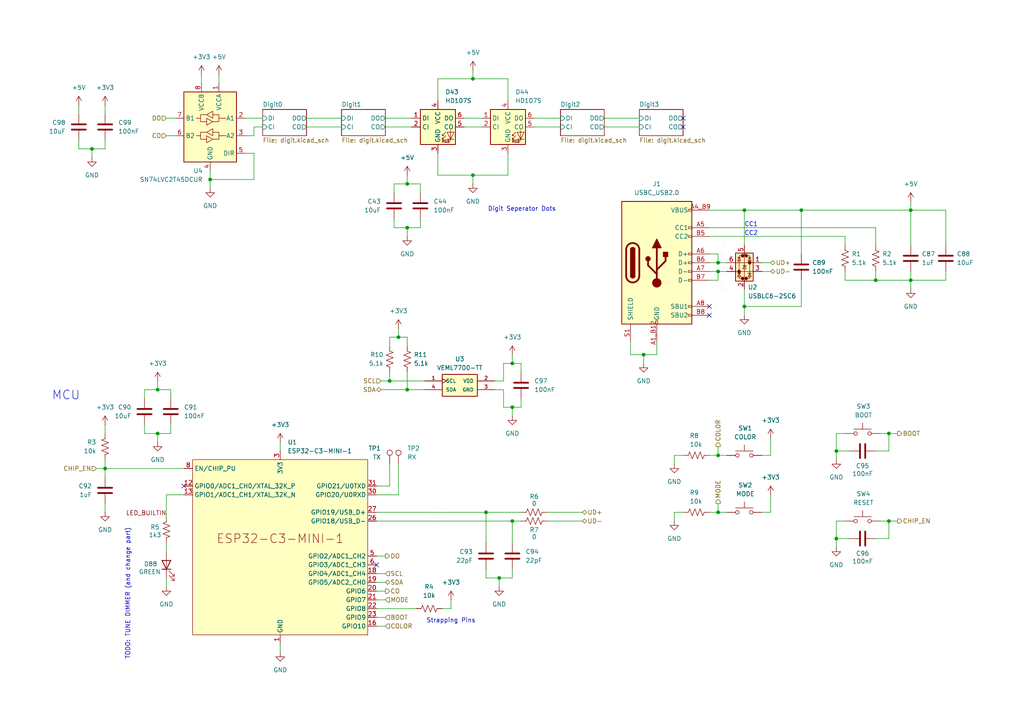
<source format=kicad_sch>
(kicad_sch (version 20250114) (generator "eeschema") (generator_version "9.0")
  (paper "A4")
  (title_block (title "Bedside Clock") (rev "1") (company "Matthew Haahr"))
  (lib_symbols
    (symbol "Connector:TestPoint" (pin_numbers (hide yes)) (pin_names (offset 0.762) (hide yes))
      (property "Reference" "TP" (at 0 6.858 0))
      (property "Value" "TestPoint" (at 0 5.08 0))
      (symbol "TestPoint_1_1"
        (pin passive line (at 0 0 90) (length 2.54) (name "1") (number "1"))
      )
    )
    (symbol "Connector:USB_C_Receptacle_USB2.0" (pin_names (offset 1.016))
      (property "Reference" "J?" (at 0 22.86 0))
      (property "Value" "USBC_USB2.0" (at 0 20.32 0))
      (symbol "USB_C_Receptacle_USB2.0_1_1"
        (pin passive line (at -7.62 -22.86 90) (length 5.08) (name "SHIELD") (number "S1"))
        (pin passive line (at -7.62 -22.86 90) (length 5.08) (hide yes) (name "SHIELD") (number "S2"))
        (pin passive line (at -7.62 -22.86 90) (length 5.08) (hide yes) (name "SHIELD") (number "S3"))
        (pin passive line (at -7.62 -22.86 90) (length 5.08) (hide yes) (name "SHIELD") (number "S4"))
        (pin passive line (at 0 -22.86 90) (length 5.08) (name "GND") (number "A1_B12"))
        (pin passive line (at 0 -22.86 90) (length 5.08) (hide yes) (name "GND") (number "B1_A12"))
        (pin passive line (at 15.24 15.24 180) (length 5.08) (name "VBUS") (number "A4_B9"))
        (pin passive line (at 15.24 15.24 180) (length 5.08) (hide yes) (name "VBUS") (number "B4_A9"))
        (pin bidirectional line (at 15.24 10.16 180) (length 5.08) (name "CC1") (number "A5"))
        (pin bidirectional line (at 15.24 7.62 180) (length 5.08) (name "CC2") (number "B5"))
        (pin bidirectional line (at 15.24 2.54 180) (length 5.08) (name "D+") (number "A6"))
        (pin bidirectional line (at 15.24 0 180) (length 5.08) (name "D+") (number "B6"))
        (pin bidirectional line (at 15.24 -2.54 180) (length 5.08) (name "D-") (number "A7"))
        (pin bidirectional line (at 15.24 -5.08 180) (length 5.08) (name "D-") (number "B7"))
        (pin bidirectional line (at 15.24 -12.7 180) (length 5.08) (name "SBU1") (number "A8"))
        (pin bidirectional line (at 15.24 -15.24 180) (length 5.08) (name "SBU2") (number "B8"))
      )
    )
    (symbol "Device:C" (pin_numbers (hide yes)) (pin_names (offset 0.254))
      (property "Reference" "C" (at 0.635 2.54 0))
      (property "Value" "C" (at 0.635 -2.54 0))
      (symbol "C_1_1"
        (pin passive line (at 0 3.81 270) (length 2.794) (name "~") (number "1"))
        (pin passive line (at 0 -3.81 90) (length 2.794) (name "~") (number "2"))
      )
    )
    (symbol "Device:LED" (pin_numbers (hide yes)) (pin_names (offset 1.016) (hide yes))
      (property "Reference" "D" (at 0 2.54 0))
      (property "Value" "LED" (at 0 -2.54 0))
      (symbol "LED_1_1"
        (pin passive line (at -3.81 0 0) (length 2.54) (name "K") (number "1"))
        (pin passive line (at 3.81 0 180) (length 2.54) (name "A") (number "2"))
      )
    )
    (symbol "Device:R_US" (pin_numbers (hide yes)) (pin_names (offset 0))
      (property "Reference" "R" (at 2.54 0 90))
      (property "Value" "R_US" (at -2.54 0 90))
      (symbol "R_US_1_1"
        (pin passive line (at 0 3.81 270) (length 1.27) (name "~") (number "1"))
        (pin passive line (at 0 -3.81 90) (length 1.27) (name "~") (number "2"))
      )
    )
    (symbol "LED:HD107s"
      (property "Reference" "D" (at 5.08 5.715 0))
      (property "Value" "HD107s" (at 1.27 -5.715 0))
      (symbol "HD107s_0_0"
        (text "RGB" (at 2.286 -4.191 0) (effects (font (size 0.762 0.762))))
      )
      (symbol "HD107s_1_1"
        (pin input line (at -7.62 2.54 0) (length 2.54) (name "DI") (number "1"))
        (pin input line (at -7.62 0 0) (length 2.54) (name "CI") (number "2"))
        (pin power_in line (at 0 7.62 270) (length 2.54) (name "VCC") (number "4"))
        (pin power_in line (at 0 -7.62 90) (length 2.54) (name "GND") (number "3"))
        (pin output line (at 7.62 2.54 180) (length 2.54) (name "DO") (number "6"))
        (pin output line (at 7.62 0 180) (length 2.54) (name "CO") (number "5"))
      )
    )
    (symbol "Logic_LevelTranslator:SN74LVC2T45DCUR"
      (property "Reference" "U" (at -6.35 11.43 0))
      (property "Value" "SN74LVC2T45DCUR" (at 3.81 11.43 0))
      (symbol "SN74LVC2T45DCUR_1_1"
        (pin bidirectional line (at -10.16 2.54 0) (length 2.54) (name "A1") (number "2"))
        (pin bidirectional line (at -10.16 -2.54 0) (length 2.54) (name "A2") (number "3"))
        (pin input line (at -10.16 -7.62 0) (length 2.54) (name "DIR") (number "5"))
        (pin power_in line (at -2.54 12.7 270) (length 2.54) (name "VCCA") (number "1"))
        (pin power_in line (at 0 -12.7 90) (length 2.54) (name "GND") (number "4"))
        (pin power_in line (at 2.54 12.7 270) (length 2.54) (name "VCCB") (number "8"))
        (pin bidirectional line (at 10.16 2.54 180) (length 2.54) (name "B1") (number "7"))
        (pin bidirectional line (at 10.16 -2.54 180) (length 2.54) (name "B2") (number "6"))
      )
    )
    (symbol "MCU_Espressif_Official:ESP32-C3-MINI-1"
      (property "Reference" "U" (at -25.4 30.48 0))
      (property "Value" "ESP32-C3-MINI-1" (at -25.4 27.94 0))
      (symbol "ESP32-C3-MINI-1_0_0"
        (text "ESP32-C3-MINI-1" (at 0 2.54 0) (effects (font (size 2.54 2.54))))
      )
      (symbol "ESP32-C3-MINI-1_1_1"
        (pin input line (at -27.94 22.86 0) (length 2.54) (name "EN/CHIP_PU") (number "8"))
        (pin bidirectional line (at -27.94 17.78 0) (length 2.54) (name "GPIO0/ADC1_CH0/XTAL_32K_P") (number "12"))
        (pin bidirectional line (at -27.94 15.24 0) (length 2.54) (name "GPIO1/ADC1_CH1/XTAL_32K_N") (number "13"))
        (pin no_connect line (at -25.4 10.16 0) (length 2.54) (hide yes) (name "NC") (number "4"))
        (pin no_connect line (at -25.4 7.62 0) (length 2.54) (hide yes) (name "NC") (number "7"))
        (pin no_connect line (at -25.4 5.08 0) (length 2.54) (hide yes) (name "NC") (number "9"))
        (pin no_connect line (at -25.4 2.54 0) (length 2.54) (hide yes) (name "NC") (number "10"))
        (pin no_connect line (at -25.4 0 0) (length 2.54) (hide yes) (name "NC") (number "15"))
        (pin no_connect line (at -25.4 -2.54 0) (length 2.54) (hide yes) (name "NC") (number "17"))
        (pin no_connect line (at -25.4 -5.08 0) (length 2.54) (hide yes) (name "NC") (number "24"))
        (pin no_connect line (at -25.4 -7.62 0) (length 2.54) (hide yes) (name "NC") (number "25"))
        (pin no_connect line (at -25.4 -10.16 0) (length 2.54) (hide yes) (name "NC") (number "28"))
        (pin no_connect line (at -25.4 -12.7 0) (length 2.54) (hide yes) (name "NC") (number "29"))
        (pin no_connect line (at -25.4 -15.24 0) (length 2.54) (hide yes) (name "NC") (number "32"))
        (pin no_connect line (at -25.4 -17.78 0) (length 2.54) (hide yes) (name "NC") (number "33"))
        (pin no_connect line (at -25.4 -20.32 0) (length 2.54) (hide yes) (name "NC") (number "34"))
        (pin no_connect line (at -25.4 -22.86 0) (length 2.54) (hide yes) (name "NC") (number "35"))
        (pin power_in line (at 0 27.94 270) (length 2.54) (name "3V3") (number "3"))
        (pin power_in line (at 0 -27.94 90) (length 2.54) (name "GND") (number "1"))
        (pin passive line (at 0 -27.94 90) (length 2.54) (hide yes) (name "GND") (number "11"))
        (pin passive line (at 0 -27.94 90) (length 2.54) (hide yes) (name "GND") (number "14"))
        (pin passive line (at 0 -27.94 90) (length 2.54) (hide yes) (name "GND") (number "2"))
        (pin passive line (at 0 -27.94 90) (length 2.54) (hide yes) (name "GND") (number "36"))
        (pin passive line (at 0 -27.94 90) (length 2.54) (hide yes) (name "GND") (number "37"))
        (pin passive line (at 0 -27.94 90) (length 2.54) (hide yes) (name "GND") (number "38"))
        (pin passive line (at 0 -27.94 90) (length 2.54) (hide yes) (name "GND") (number "39"))
        (pin passive line (at 0 -27.94 90) (length 2.54) (hide yes) (name "GND") (number "40"))
        (pin passive line (at 0 -27.94 90) (length 2.54) (hide yes) (name "GND") (number "41"))
        (pin passive line (at 0 -27.94 90) (length 2.54) (hide yes) (name "GND") (number "42"))
        (pin passive line (at 0 -27.94 90) (length 2.54) (hide yes) (name "GND") (number "43"))
        (pin passive line (at 0 -27.94 90) (length 2.54) (hide yes) (name "GND") (number "44"))
        (pin passive line (at 0 -27.94 90) (length 2.54) (hide yes) (name "GND") (number "45"))
        (pin passive line (at 0 -27.94 90) (length 2.54) (hide yes) (name "GND") (number "46"))
        (pin passive line (at 0 -27.94 90) (length 2.54) (hide yes) (name "GND") (number "47"))
        (pin passive line (at 0 -27.94 90) (length 2.54) (hide yes) (name "GND") (number "48"))
        (pin passive line (at 0 -27.94 90) (length 2.54) (hide yes) (name "GND") (number "49"))
        (pin passive line (at 0 -27.94 90) (length 2.54) (hide yes) (name "GND") (number "50"))
        (pin passive line (at 0 -27.94 90) (length 2.54) (hide yes) (name "GND") (number "51"))
        (pin passive line (at 0 -27.94 90) (length 2.54) (hide yes) (name "GND") (number "52"))
        (pin passive line (at 0 -27.94 90) (length 2.54) (hide yes) (name "GND") (number "53"))
        (pin bidirectional line (at 27.94 17.78 180) (length 2.54) (name "GPIO21/U0TXD") (number "31"))
        (pin bidirectional line (at 27.94 15.24 180) (length 2.54) (name "GPIO20/U0RXD") (number "30"))
        (pin bidirectional line (at 27.94 10.16 180) (length 2.54) (name "GPIO19/USB_D+") (number "27"))
        (pin bidirectional line (at 27.94 7.62 180) (length 2.54) (name "GPIO18/USB_D-") (number "26"))
        (pin bidirectional line (at 27.94 -2.54 180) (length 2.54) (name "GPIO2/ADC1_CH2") (number "5"))
        (pin bidirectional line (at 27.94 -5.08 180) (length 2.54) (name "GPIO3/ADC1_CH3") (number "6"))
        (pin bidirectional line (at 27.94 -7.62 180) (length 2.54) (name "GPIO4/ADC1_CH4") (number "18"))
        (pin bidirectional line (at 27.94 -10.16 180) (length 2.54) (name "GPIO5/ADC2_CH0") (number "19"))
        (pin bidirectional line (at 27.94 -12.7 180) (length 2.54) (name "GPIO6") (number "20"))
        (pin bidirectional line (at 27.94 -15.24 180) (length 2.54) (name "GPIO7") (number "21"))
        (pin bidirectional line (at 27.94 -17.78 180) (length 2.54) (name "GPIO8") (number "22"))
        (pin bidirectional line (at 27.94 -20.32 180) (length 2.54) (name "GPIO9") (number "23"))
        (pin bidirectional line (at 27.94 -22.86 180) (length 2.54) (name "GPIO10") (number "16"))
      )
    )
    (symbol "Power_Protection:USBLC6-2SC6" (pin_names (hide yes))
      (property "Reference" "U" (at 0.635 5.715 0))
      (property "Value" "USBLC6-2SC6" (at 0.635 3.81 0))
      (symbol "USBLC6-2SC6_1_1"
        (pin bidirectional line (at -5.08 0 0) (length 2.54) (name "I/O1") (number "1"))
        (pin bidirectional line (at -5.08 -2.54 0) (length 2.54) (name "I/O2") (number "3"))
        (pin power_in line (at 0 5.08 270) (length 2.54) (name "VBUS") (number "5"))
        (pin power_out line (at 0 -7.62 90) (length 2.54) (name "GND") (number "2"))
        (pin bidirectional line (at 5.08 0 180) (length 2.54) (name "I/O1") (number "6"))
        (pin bidirectional line (at 5.08 -2.54 180) (length 2.54) (name "I/O2") (number "4"))
      )
    )
    (symbol "Switch:SW_Push" (pin_numbers (hide yes)) (pin_names (offset 1.016) (hide yes))
      (property "Reference" "SW" (at 1.27 2.54 0))
      (property "Value" "SW_Push" (at 0 -1.524 0))
      (symbol "SW_Push_0_1"
        (pin passive line (at -5.08 0 0) (length 2.54) (name "1") (number "1"))
        (pin passive line (at 5.08 0 180) (length 2.54) (name "2") (number "2"))
      )
    )
    (symbol "VEML7700-TT:VEML7700-TT" (pin_names (offset 1.016))
      (property "Reference" "U" (at -0.762 6.35 0))
      (property "Value" "VEML7700-TT" (at -7.112 -4.826 0))
      (symbol "VEML7700-TT_0_0"
        (pin input clock (at -10.16 2.54 0) (length 5.08) (name "SCL") (number "1"))
        (pin bidirectional line (at -10.16 0 0) (length 5.08) (name "SDA") (number "4"))
        (pin power_in line (at 10.16 2.54 180) (length 5.08) (name "VDD") (number "2"))
        (pin power_in line (at 10.16 0 180) (length 5.08) (name "GND") (number "3"))
      )
    )
    (symbol "power:+3V3" (power) (pin_numbers (hide yes)) (pin_names (offset 0) (hide yes))
      (property "Value" "+3V3" (at 0 3.556 0))
      (symbol "+3V3_1_1"
        (pin power_in line (at 0 0 90) (length 0) (name "~") (number "1"))
      )
    )
    (symbol "power:+5V" (power) (pin_numbers (hide yes)) (pin_names (offset 0) (hide yes))
      (property "Value" "+5V" (at 0 3.556 0))
      (symbol "+5V_1_1"
        (pin power_in line (at 0 0 90) (length 0) (name "~") (number "1"))
      )
    )
    (symbol "power:GND" (power) (pin_numbers (hide yes)) (pin_names (offset 0) (hide yes))
      (property "Value" "GND" (at 0 -3.81 0))
      (symbol "GND_1_1"
        (pin power_in line (at 0 0 270) (length 0) (name "~") (number "1"))
      )
    )
  )
  (text "MCU" (at 14.986 113.284 0) (effects (font (size 2.54 2.54)) (justify left top)))
  (text "TODO: TUNE DIMMER (and change part)" (at 37.084 172.212 90) (effects (font (size 1.27 1.27))))
  (text "Digit Seperator Dots\n" (at 151.384 60.706 0) (effects (font (size 1.27 1.27))))
  (text "Strapping Pins\n" (at 130.81 180.086 0) (effects (font (size 1.27 1.27))))
  (text_box "TODO:\nPick Buttons (Side vs top)\nColor Button (5 Colors (Red, Amber, Green, Blue, Magenta (same as Pendant), and Rainbow (wave), Rainbow (Chase))\nMode Button (Ambient Brightness, Always On, OFF)\nBoot Button for Orientation?\n3V3 Regulator (Something efficient)\nLevel Shift" (at -44.45 -40.64 0) (size 124.46 15.24) (margins 0.9525 0.9525 0.9525 0.9525) (effects (font (size 1.27 1.27)) (justify left top)))
  (junction (at 232.41 60.96))
  (junction (at 45.72 113.03))
  (junction (at 215.9 88.9))
  (junction (at 118.11 66.04))
  (junction (at 264.16 81.28))
  (junction (at 60.96 52.07))
  (junction (at 148.59 105.41))
  (junction (at 242.57 130.81))
  (junction (at 242.57 156.21))
  (junction (at 118.11 113.03))
  (junction (at 144.78 167.64))
  (junction (at 30.48 135.89))
  (junction (at 215.9 60.96))
  (junction (at 257.81 151.13))
  (junction (at 264.16 60.96))
  (junction (at 208.28 148.59))
  (junction (at 254 81.28))
  (junction (at 137.16 50.8))
  (junction (at 26.67 43.18))
  (junction (at 148.59 151.13))
  (junction (at 140.97 148.59))
  (junction (at 208.28 78.74))
  (junction (at 113.03 110.49))
  (junction (at 186.69 102.87))
  (junction (at 257.81 125.73))
  (junction (at 208.28 132.08))
  (junction (at 208.28 76.2))
  (junction (at 137.16 22.86))
  (junction (at 118.11 53.34))
  (junction (at 45.72 125.73))
  (junction (at 115.57 97.79))
  (junction (at 148.59 118.11))
  (no_connect (at 198.12 34.29))
  (no_connect (at 109.22 163.83))
  (no_connect (at 205.74 88.9))
  (no_connect (at 205.74 91.44))
  (no_connect (at 198.12 36.83))
  (no_connect (at 53.34 140.97))
  (wire (pts (xy 140.97 148.59) (xy 151.13 148.59)))
  (wire (pts (xy 190.5 102.87) (xy 186.69 102.87)))
  (wire (pts (xy 151.13 107.95) (xy 151.13 105.41)))
  (wire (pts (xy 195.58 148.59) (xy 195.58 151.13)))
  (wire (pts (xy 232.41 81.28) (xy 232.41 88.9)))
  (wire (pts (xy 223.52 132.08) (xy 220.98 132.08)))
  (wire (pts (xy 115.57 97.79) (xy 113.03 97.79)))
  (wire (pts (xy 118.11 113.03) (xy 123.19 113.03)))
  (wire (pts (xy 45.72 113.03) (xy 49.53 113.03)))
  (wire (pts (xy 60.96 52.07) (xy 60.96 54.61)))
  (wire (pts (xy 73.66 39.37) (xy 73.66 36.83)))
  (wire (pts (xy 264.16 58.42) (xy 264.16 60.96)))
  (wire (pts (xy 148.59 102.87) (xy 148.59 105.41)))
  (wire (pts (xy 182.88 102.87) (xy 186.69 102.87)))
  (wire (pts (xy 264.16 81.28) (xy 264.16 83.82)))
  (wire (pts (xy 41.91 125.73) (xy 41.91 123.19)))
  (wire (pts (xy 208.28 73.66) (xy 208.28 76.2)))
  (wire (pts (xy 71.12 34.29) (xy 76.2 34.29)))
  (wire (pts (xy 257.81 151.13) (xy 255.27 151.13)))
  (wire (pts (xy 148.59 151.13) (xy 151.13 151.13)))
  (wire (pts (xy 110.49 113.03) (xy 118.11 113.03)))
  (wire (pts (xy 198.12 148.59) (xy 195.58 148.59)))
  (wire (pts (xy 127 44.45) (xy 127 50.8)))
  (wire (pts (xy 154.94 36.83) (xy 162.56 36.83)))
  (wire (pts (xy 264.16 60.96) (xy 274.32 60.96)))
  (wire (pts (xy 198.12 132.08) (xy 195.58 132.08)))
  (wire (pts (xy 148.59 105.41) (xy 146.05 105.41)))
  (wire (pts (xy 147.32 22.86) (xy 137.16 22.86)))
  (wire (pts (xy 113.03 134.62) (xy 113.03 140.97)))
  (wire (pts (xy 148.59 151.13) (xy 148.59 157.48)))
  (wire (pts (xy 45.72 128.27) (xy 45.72 125.73)))
  (wire (pts (xy 223.52 143.51) (xy 223.52 148.59)))
  (wire (pts (xy 30.48 43.18) (xy 26.67 43.18)))
  (wire (pts (xy 140.97 167.64) (xy 144.78 167.64)))
  (wire (pts (xy 274.32 71.12) (xy 274.32 60.96)))
  (wire (pts (xy 205.74 78.74) (xy 208.28 78.74)))
  (wire (pts (xy 245.11 71.12) (xy 245.11 68.58)))
  (wire (pts (xy 121.92 66.04) (xy 118.11 66.04)))
  (wire (pts (xy 49.53 113.03) (xy 49.53 115.57)))
  (wire (pts (xy 257.81 125.73) (xy 255.27 125.73)))
  (wire (pts (xy 81.28 128.27) (xy 81.28 130.81)))
  (wire (pts (xy 49.53 125.73) (xy 45.72 125.73)))
  (wire (pts (xy 186.69 102.87) (xy 186.69 105.41)))
  (wire (pts (xy 137.16 50.8) (xy 147.32 50.8)))
  (wire (pts (xy 111.76 36.83) (xy 119.38 36.83)))
  (wire (pts (xy 121.92 63.5) (xy 121.92 66.04)))
  (wire (pts (xy 182.88 99.06) (xy 182.88 102.87)))
  (wire (pts (xy 154.94 34.29) (xy 162.56 34.29)))
  (wire (pts (xy 245.11 125.73) (xy 242.57 125.73)))
  (wire (pts (xy 208.28 146.05) (xy 208.28 148.59)))
  (wire (pts (xy 73.66 52.07) (xy 60.96 52.07)))
  (wire (pts (xy 114.3 55.88) (xy 114.3 53.34)))
  (wire (pts (xy 254 81.28) (xy 264.16 81.28)))
  (wire (pts (xy 205.74 73.66) (xy 208.28 73.66)))
  (wire (pts (xy 215.9 88.9) (xy 215.9 91.44)))
  (wire (pts (xy 22.86 43.18) (xy 22.86 40.64)))
  (wire (pts (xy 118.11 66.04) (xy 114.3 66.04)))
  (wire (pts (xy 48.26 34.29) (xy 50.8 34.29)))
  (wire (pts (xy 109.22 143.51) (xy 115.57 143.51)))
  (wire (pts (xy 254 81.28) (xy 245.11 81.28)))
  (wire (pts (xy 26.67 43.18) (xy 22.86 43.18)))
  (wire (pts (xy 30.48 40.64) (xy 30.48 43.18)))
  (wire (pts (xy 81.28 189.23) (xy 81.28 186.69)))
  (wire (pts (xy 88.9 36.83) (xy 99.06 36.83)))
  (wire (pts (xy 264.16 81.28) (xy 274.32 81.28)))
  (wire (pts (xy 109.22 181.61) (xy 111.76 181.61)))
  (wire (pts (xy 158.75 148.59) (xy 168.91 148.59)))
  (wire (pts (xy 30.48 138.43) (xy 30.48 135.89)))
  (wire (pts (xy 134.62 34.29) (xy 139.7 34.29)))
  (wire (pts (xy 130.81 173.99) (xy 130.81 176.53)))
  (wire (pts (xy 109.22 176.53) (xy 120.65 176.53)))
  (wire (pts (xy 113.03 110.49) (xy 113.03 107.95)))
  (wire (pts (xy 208.28 132.08) (xy 210.82 132.08)))
  (wire (pts (xy 146.05 105.41) (xy 146.05 110.49)))
  (wire (pts (xy 242.57 151.13) (xy 242.57 156.21)))
  (wire (pts (xy 45.72 113.03) (xy 41.91 113.03)))
  (wire (pts (xy 257.81 130.81) (xy 257.81 125.73)))
  (wire (pts (xy 148.59 118.11) (xy 148.59 120.65)))
  (wire (pts (xy 58.42 21.59) (xy 58.42 24.13)))
  (wire (pts (xy 215.9 83.82) (xy 215.9 88.9)))
  (wire (pts (xy 147.32 44.45) (xy 147.32 50.8)))
  (wire (pts (xy 127 50.8) (xy 137.16 50.8)))
  (wire (pts (xy 26.67 45.72) (xy 26.67 43.18)))
  (wire (pts (xy 60.96 49.53) (xy 60.96 52.07)))
  (wire (pts (xy 242.57 156.21) (xy 242.57 158.75)))
  (wire (pts (xy 109.22 151.13) (xy 148.59 151.13)))
  (wire (pts (xy 111.76 171.45) (xy 109.22 171.45)))
  (wire (pts (xy 242.57 125.73) (xy 242.57 130.81)))
  (wire (pts (xy 158.75 151.13) (xy 168.91 151.13)))
  (wire (pts (xy 140.97 165.1) (xy 140.97 167.64)))
  (wire (pts (xy 254 156.21) (xy 257.81 156.21)))
  (wire (pts (xy 205.74 66.04) (xy 254 66.04)))
  (wire (pts (xy 175.26 34.29) (xy 185.42 34.29)))
  (wire (pts (xy 111.76 161.29) (xy 109.22 161.29)))
  (wire (pts (xy 118.11 50.8) (xy 118.11 53.34)))
  (wire (pts (xy 73.66 44.45) (xy 71.12 44.45)))
  (wire (pts (xy 30.48 123.19) (xy 30.48 125.73)))
  (wire (pts (xy 148.59 118.11) (xy 151.13 118.11)))
  (wire (pts (xy 140.97 148.59) (xy 140.97 157.48)))
  (wire (pts (xy 274.32 81.28) (xy 274.32 78.74)))
  (wire (pts (xy 73.66 52.07) (xy 73.66 44.45)))
  (wire (pts (xy 63.5 21.59) (xy 63.5 24.13)))
  (wire (pts (xy 48.26 157.48) (xy 48.26 160.02)))
  (wire (pts (xy 118.11 100.33) (xy 118.11 97.79)))
  (wire (pts (xy 113.03 110.49) (xy 123.19 110.49)))
  (wire (pts (xy 48.26 143.51) (xy 53.34 143.51)))
  (wire (pts (xy 245.11 151.13) (xy 242.57 151.13)))
  (wire (pts (xy 264.16 78.74) (xy 264.16 81.28)))
  (wire (pts (xy 109.22 168.91) (xy 111.76 168.91)))
  (wire (pts (xy 22.86 30.48) (xy 22.86 33.02)))
  (wire (pts (xy 232.41 60.96) (xy 232.41 73.66)))
  (wire (pts (xy 118.11 97.79) (xy 115.57 97.79)))
  (wire (pts (xy 257.81 156.21) (xy 257.81 151.13)))
  (wire (pts (xy 144.78 167.64) (xy 144.78 170.18)))
  (wire (pts (xy 115.57 95.25) (xy 115.57 97.79)))
  (wire (pts (xy 151.13 115.57) (xy 151.13 118.11)))
  (wire (pts (xy 127 22.86) (xy 127 29.21)))
  (wire (pts (xy 245.11 78.74) (xy 245.11 81.28)))
  (wire (pts (xy 205.74 60.96) (xy 215.9 60.96)))
  (wire (pts (xy 118.11 53.34) (xy 114.3 53.34)))
  (wire (pts (xy 215.9 60.96) (xy 215.9 71.12)))
  (wire (pts (xy 208.28 81.28) (xy 205.74 81.28)))
  (wire (pts (xy 146.05 113.03) (xy 146.05 118.11)))
  (wire (pts (xy 48.26 143.51) (xy 48.26 149.86)))
  (wire (pts (xy 30.48 135.89) (xy 53.34 135.89)))
  (wire (pts (xy 242.57 156.21) (xy 246.38 156.21)))
  (wire (pts (xy 208.28 76.2) (xy 205.74 76.2)))
  (wire (pts (xy 146.05 110.49) (xy 143.51 110.49)))
  (wire (pts (xy 254 78.74) (xy 254 81.28)))
  (wire (pts (xy 113.03 97.79) (xy 113.03 100.33)))
  (wire (pts (xy 190.5 99.06) (xy 190.5 102.87)))
  (wire (pts (xy 30.48 30.48) (xy 30.48 33.02)))
  (wire (pts (xy 111.76 34.29) (xy 119.38 34.29)))
  (wire (pts (xy 254 66.04) (xy 254 71.12)))
  (wire (pts (xy 134.62 36.83) (xy 139.7 36.83)))
  (wire (pts (xy 215.9 60.96) (xy 232.41 60.96)))
  (wire (pts (xy 242.57 130.81) (xy 246.38 130.81)))
  (wire (pts (xy 109.22 173.99) (xy 111.76 173.99)))
  (wire (pts (xy 232.41 60.96) (xy 264.16 60.96)))
  (wire (pts (xy 208.28 129.54) (xy 208.28 132.08)))
  (wire (pts (xy 27.94 135.89) (xy 30.48 135.89)))
  (wire (pts (xy 118.11 53.34) (xy 121.92 53.34)))
  (wire (pts (xy 118.11 68.58) (xy 118.11 66.04)))
  (wire (pts (xy 144.78 167.64) (xy 148.59 167.64)))
  (wire (pts (xy 110.49 110.49) (xy 113.03 110.49)))
  (wire (pts (xy 147.32 29.21) (xy 147.32 22.86)))
  (wire (pts (xy 109.22 179.07) (xy 111.76 179.07)))
  (wire (pts (xy 137.16 50.8) (xy 137.16 53.34)))
  (wire (pts (xy 208.28 78.74) (xy 210.82 78.74)))
  (wire (pts (xy 257.81 125.73) (xy 260.35 125.73)))
  (wire (pts (xy 264.16 60.96) (xy 264.16 71.12)))
  (wire (pts (xy 71.12 39.37) (xy 73.66 39.37)))
  (wire (pts (xy 254 130.81) (xy 257.81 130.81)))
  (wire (pts (xy 205.74 132.08) (xy 208.28 132.08)))
  (wire (pts (xy 45.72 110.49) (xy 45.72 113.03)))
  (wire (pts (xy 109.22 148.59) (xy 140.97 148.59)))
  (wire (pts (xy 137.16 20.32) (xy 137.16 22.86)))
  (wire (pts (xy 118.11 107.95) (xy 118.11 113.03)))
  (wire (pts (xy 45.72 125.73) (xy 41.91 125.73)))
  (wire (pts (xy 115.57 134.62) (xy 115.57 143.51)))
  (wire (pts (xy 41.91 115.57) (xy 41.91 113.03)))
  (wire (pts (xy 208.28 148.59) (xy 210.82 148.59)))
  (wire (pts (xy 195.58 132.08) (xy 195.58 134.62)))
  (wire (pts (xy 127 22.86) (xy 137.16 22.86)))
  (wire (pts (xy 146.05 118.11) (xy 148.59 118.11)))
  (wire (pts (xy 143.51 113.03) (xy 146.05 113.03)))
  (wire (pts (xy 220.98 78.74) (xy 223.52 78.74)))
  (wire (pts (xy 223.52 127) (xy 223.52 132.08)))
  (wire (pts (xy 109.22 140.97) (xy 113.03 140.97)))
  (wire (pts (xy 121.92 53.34) (xy 121.92 55.88)))
  (wire (pts (xy 175.26 36.83) (xy 185.42 36.83)))
  (wire (pts (xy 205.74 68.58) (xy 245.11 68.58)))
  (wire (pts (xy 208.28 78.74) (xy 208.28 81.28)))
  (wire (pts (xy 48.26 39.37) (xy 50.8 39.37)))
  (wire (pts (xy 223.52 148.59) (xy 220.98 148.59)))
  (wire (pts (xy 111.76 166.37) (xy 109.22 166.37)))
  (wire (pts (xy 151.13 105.41) (xy 148.59 105.41)))
  (wire (pts (xy 30.48 148.59) (xy 30.48 146.05)))
  (wire (pts (xy 208.28 76.2) (xy 210.82 76.2)))
  (wire (pts (xy 215.9 88.9) (xy 232.41 88.9)))
  (wire (pts (xy 88.9 34.29) (xy 99.06 34.29)))
  (wire (pts (xy 48.26 167.64) (xy 48.26 170.18)))
  (wire (pts (xy 73.66 36.83) (xy 76.2 36.83)))
  (wire (pts (xy 49.53 123.19) (xy 49.53 125.73)))
  (wire (pts (xy 148.59 167.64) (xy 148.59 165.1)))
  (wire (pts (xy 242.57 130.81) (xy 242.57 133.35)))
  (wire (pts (xy 30.48 133.35) (xy 30.48 135.89)))
  (wire (pts (xy 114.3 66.04) (xy 114.3 63.5)))
  (wire (pts (xy 205.74 148.59) (xy 208.28 148.59)))
  (wire (pts (xy 257.81 151.13) (xy 260.35 151.13)))
  (wire (pts (xy 130.81 176.53) (xy 128.27 176.53)))
  (wire (pts (xy 220.98 76.2) (xy 223.52 76.2)))
  (label "UD''+" (at 210.82 76.2 90))
  (label "CC2" (at 215.9 68.58 0))
  (label "UD''-" (at 210.82 78.74 270))
  (label "CC1" (at 215.9 66.04 0))
  (label "UD'-" (at 124.46 151.13 0))
  (label "LED_BUILTIN" (at 48.26 149.86 180))
  (label "UD'+" (at 124.46 148.59 0))
  (hierarchical_label "SCL" (shape input) (at 111.76 166.37 0))
  (hierarchical_label "BOOT" (shape output) (at 260.35 125.73 0))
  (hierarchical_label "CO" (shape input) (at 48.26 39.37 180))
  (hierarchical_label "DO" (shape output) (at 111.76 161.29 0))
  (hierarchical_label "CO" (shape output) (at 111.76 171.45 0))
  (hierarchical_label "UD+" (shape bidirectional) (at 223.52 76.2 0))
  (hierarchical_label "UD-" (shape bidirectional) (at 168.91 151.13 0))
  (hierarchical_label "COLOR" (shape input) (at 111.76 181.61 0))
  (hierarchical_label "UD-" (shape bidirectional) (at 223.52 78.74 0))
  (hierarchical_label "CHIP_EN" (shape input) (at 27.94 135.89 180))
  (hierarchical_label "MODE" (shape output) (at 208.28 146.05 90))
  (hierarchical_label "BOOT" (shape input) (at 111.76 179.07 0))
  (hierarchical_label "SDA" (shape bidirectional) (at 110.49 113.03 180))
  (hierarchical_label "UD+" (shape bidirectional) (at 168.91 148.59 0))
  (hierarchical_label "COLOR" (shape output) (at 208.28 129.54 90))
  (hierarchical_label "DO" (shape input) (at 48.26 34.29 180))
  (hierarchical_label "SDA" (shape bidirectional) (at 111.76 168.91 0))
  (hierarchical_label "CHIP_EN" (shape output) (at 260.35 151.13 0))
  (hierarchical_label "SCL" (shape input) (at 110.49 110.49 180))
  (hierarchical_label "MODE" (shape input) (at 111.76 173.99 0))
  (symbol (lib_id "Device:R_US") (at 154.94 148.59 90) (unit 1)
    (property "Reference" "R6" (at 154.94 144.018 90))
    (property "Value" "0" (at 154.94 146.05 90))
    (property "Footprint" "Resistor_SMD:R_0603_1608Metric" (effects (hide yes)))
    (property "Datasheet" "https://www.lcsc.com/datasheet/lcsc_datasheet_2411221126_UNI-ROYAL-Uniroyal-Elec-0402WGF0000TCE_C17168.pdf" (effects (hide yes)))
    (property "Description" "Resistor, US symbol" (effects (hide yes)))
    (property "LCSC Part" "C17168" (effects (hide yes)))
  )
  (symbol (lib_id "power:+3V3") (at 58.42 21.59 0) (mirror y) (unit 1)
    (property "Reference" "#PWR066" (effects (hide yes)))
    (property "Value" "+3V3" (at 58.42 16.51 0))
    (property "Description" "Power symbol creates a global label with name \"+3V3\"" (effects (hide yes)))
  )
  (symbol (lib_id "power:GND") (at 186.69 105.41 0) (unit 1)
    (property "Reference" "#PWR022" (effects (hide yes)))
    (property "Value" "GND" (at 186.69 110.49 0))
    (property "Description" "Power symbol creates a global label with name \"GND\" , ground" (effects (hide yes)))
  )
  (symbol (lib_id "Device:C") (at 22.86 36.83 0) (mirror y) (unit 1)
    (property "Reference" "C98" (at 19.05 35.5599 0) (effects (justify left)))
    (property "Value" "10uF" (at 19.05 38.0999 0) (effects (justify left)))
    (property "Footprint" "Capacitor_SMD:C_0603_1608Metric" (effects (hide yes)))
    (property "Datasheet" "https://www.lcsc.com/datasheet/lcsc_datasheet_2410121645_Chinocera-HGC0402R5106M100NTEJ_C7472949.pdf" (effects (hide yes)))
    (property "Description" "Unpolarized capacitor" (effects (hide yes)))
    (property "LCSC Part" "C7472949" (effects (hide yes)))
  )
  (symbol (lib_id "Device:R_US") (at 201.93 132.08 270) (unit 1)
    (property "Reference" "R8" (at 200.025 126.3649 90) (effects (justify left)))
    (property "Value" "10k" (at 200.025 128.9049 90) (effects (justify left)))
    (property "Footprint" "Resistor_SMD:R_0603_1608Metric" (effects (hide yes)))
    (property "Description" "Resistor, US symbol" (effects (hide yes)))
  )
  (symbol (lib_id "Connector:TestPoint") (at 115.57 134.62 0) (unit 1) (in_bom no)
    (property "Reference" "TP2" (at 118.11 130.0479 0) (effects (justify left)))
    (property "Value" "RX" (at 118.11 132.5879 0) (effects (justify left)))
    (property "Footprint" "TestPoint:TestPoint_Pad_D1.0mm" (effects (hide yes)))
    (property "Description" "test point" (effects (hide yes)))
  )
  (symbol (lib_id "power:+3V3") (at 30.48 123.19 0) (unit 1)
    (property "Reference" "#PWR0109" (effects (hide yes)))
    (property "Value" "+3V3" (at 30.48 118.11 0))
    (property "Description" "Power symbol creates a global label with name \"+3V3\"" (effects (hide yes)))
  )
  (symbol (lib_id "Switch:SW_Push") (at 250.19 151.13 0) (mirror y) (unit 1)
    (property "Reference" "SW4" (at 250.444 143.256 0))
    (property "Value" "RESET" (at 250.444 145.796 0))
  )
  (symbol (lib_id "power:+3V3") (at 45.72 110.49 0) (unit 1)
    (property "Reference" "#PWR0105" (effects (hide yes)))
    (property "Value" "+3V3" (at 45.72 105.41 0))
    (property "Description" "Power symbol creates a global label with name \"+3V3\"" (effects (hide yes)))
  )
  (symbol (lib_id "power:GND") (at 30.48 148.59 0) (unit 1)
    (property "Reference" "#PWR012" (effects (hide yes)))
    (property "Value" "GND" (at 30.48 153.67 0))
    (property "Description" "Power symbol creates a global label with name \"GND\" , ground" (effects (hide yes)))
  )
  (symbol (lib_id "Switch:SW_Push") (at 215.9 132.08 0) (mirror y) (unit 1)
    (property "Reference" "SW1" (at 216.154 124.206 0))
    (property "Value" "COLOR" (at 216.154 126.746 0))
  )
  (symbol (lib_id "Device:R_US") (at 48.26 153.67 0) (mirror x) (unit 1)
    (property "Reference" "R5" (at 44.958 152.908 0))
    (property "Value" "1k3" (at 44.958 154.432 0) (effects (justify bottom)))
    (property "Footprint" "Resistor_SMD:R_0603_1608Metric" (effects (hide yes)))
    (property "Datasheet" "https://www.lcsc.com/datasheet/lcsc_datasheet_2411221126_UNI-ROYAL-Uniroyal-Elec-0402WGF1301TCE_C25866.pdf" (effects (hide yes)))
    (property "Description" "Resistor, US symbol" (effects (hide yes)))
    (property "LCSC Part" "C25866" (effects (hide yes)))
  )
  (symbol (lib_id "power:GND") (at 118.11 68.58 0) (unit 1)
    (property "Reference" "#PWR010" (effects (hide yes)))
    (property "Value" "GND" (at 118.11 73.66 0))
    (property "Description" "Power symbol creates a global label with name \"GND\" , ground" (effects (hide yes)))
  )
  (symbol (lib_id "power:+3V3") (at 115.57 95.25 0) (unit 1)
    (property "Reference" "#PWR070" (effects (hide yes)))
    (property "Value" "+3V3" (at 115.57 90.17 0))
    (property "Description" "Power symbol creates a global label with name \"+3V3\"" (effects (hide yes)))
  )
  (symbol (lib_id "power:GND") (at 264.16 83.82 0) (unit 1)
    (property "Reference" "#PWR08" (effects (hide yes)))
    (property "Value" "GND" (at 264.16 88.9 0))
    (property "Description" "Power symbol creates a global label with name \"GND\" , ground" (effects (hide yes)))
  )
  (symbol (lib_id "Device:C") (at 151.13 111.76 0) (unit 1)
    (property "Reference" "C97" (at 154.94 110.4899 0) (effects (justify left)))
    (property "Value" "100nF" (at 154.94 113.0299 0) (effects (justify left)))
    (property "Footprint" "Capacitor_SMD:C_0603_1608Metric" (effects (hide yes)))
    (property "Datasheet" "https://www.lcsc.com/datasheet/lcsc_datasheet_2304140030_Samsung-Electro-Mechanics-CL05B104KO5NNNC_C1525.pdf" (effects (hide yes)))
    (property "Description" "Unpolarized capacitor" (effects (hide yes)))
    (property "LCSC Part" "C1525" (effects (hide yes)))
  )
  (symbol (lib_id "power:GND") (at 48.26 170.18 0) (unit 1)
    (property "Reference" "#PWR013" (effects (hide yes)))
    (property "Value" "GND" (at 48.26 175.26 0))
    (property "Description" "Power symbol creates a global label with name \"GND\" , ground" (effects (hide yes)))
  )
  (symbol (lib_id "power:GND") (at 45.72 128.27 0) (unit 1)
    (property "Reference" "#PWR011" (effects (hide yes)))
    (property "Value" "GND" (at 45.72 133.35 0))
    (property "Description" "Power symbol creates a global label with name \"GND\" , ground" (effects (hide yes)))
  )
  (symbol (lib_id "Device:C") (at 114.3 59.69 0) (mirror y) (unit 1)
    (property "Reference" "C43" (at 110.49 58.4199 0) (effects (justify left)))
    (property "Value" "10uF" (at 110.49 60.9599 0) (effects (justify left)))
    (property "Footprint" "Capacitor_SMD:C_0603_1608Metric" (effects (hide yes)))
    (property "Datasheet" "https://www.lcsc.com/datasheet/lcsc_datasheet_2410121645_Chinocera-HGC0402R5106M100NTEJ_C7472949.pdf" (effects (hide yes)))
    (property "Description" "Unpolarized capacitor" (effects (hide yes)))
    (property "LCSC Part" "C7472949" (effects (hide yes)))
  )
  (symbol (lib_id "Device:R_US") (at 118.11 104.14 180) (unit 1)
    (property "Reference" "R11" (at 120.015 102.87 0) (effects (justify right)))
    (property "Value" "5.1k" (at 120.015 105.41 0) (effects (justify right)))
    (property "Footprint" "Resistor_SMD:R_0603_1608Metric" (effects (hide yes)))
  )
  (symbol (lib_id "power:+3V3") (at 223.52 127 0) (unit 1)
    (property "Reference" "#PWR021" (effects (hide yes)))
    (property "Value" "+3V3" (at 223.52 121.92 0))
    (property "Description" "Power symbol creates a global label with name \"+3V3\"" (effects (hide yes)))
  )
  (symbol (lib_id "Device:C") (at 30.48 142.24 0) (mirror y) (unit 1)
    (property "Reference" "C92" (at 26.67 140.9699 0) (effects (justify left)))
    (property "Value" "1uF" (at 26.67 143.5099 0) (effects (justify left)))
    (property "Footprint" "Capacitor_SMD:C_0603_1608Metric" (effects (hide yes)))
    (property "Datasheet" "https://www.lcsc.com/datasheet/lcsc_datasheet_2304140030_Samsung-Electro-Mechanics-CL05A105KP5NNNC_C14445.pdf" (effects (hide yes)))
    (property "Description" "Unpolarized capacitor" (effects (hide yes)))
    (property "LCSC Part" "C14445" (effects (hide yes)))
  )
  (symbol (lib_id "Device:C") (at 121.92 59.69 0) (unit 1)
    (property "Reference" "C44" (at 125.73 58.4199 0) (effects (justify left)))
    (property "Value" "100nF" (at 125.73 60.9599 0) (effects (justify left)))
    (property "Footprint" "Capacitor_SMD:C_0603_1608Metric" (effects (hide yes)))
    (property "Datasheet" "https://www.lcsc.com/datasheet/lcsc_datasheet_2304140030_Samsung-Electro-Mechanics-CL05B104KO5NNNC_C1525.pdf" (effects (hide yes)))
    (property "Description" "Unpolarized capacitor" (effects (hide yes)))
    (property "LCSC Part" "C1525" (effects (hide yes)))
  )
  (symbol (lib_id "Device:C") (at 250.19 130.81 270) (mirror x) (unit 1)
    (property "Reference" "C95" (at 250.19 135.128 90))
    (property "Value" "100nF" (at 250.19 137.414 90))
    (property "Footprint" "Capacitor_SMD:C_0603_1608Metric" (effects (hide yes)))
    (property "Datasheet" "https://www.lcsc.com/datasheet/lcsc_datasheet_2304140030_Samsung-Electro-Mechanics-CL05B104KO5NNNC_C1525.pdf" (effects (hide yes)))
    (property "Description" "Unpolarized capacitor" (effects (hide yes)))
    (property "LCSC Part" "C1525" (effects (hide yes)))
  )
  (symbol (lib_id "power:+5V") (at 137.16 20.32 0) (unit 1)
    (property "Reference" "#PWR01" (effects (hide yes)))
    (property "Value" "+5V" (at 137.16 15.24 0))
    (property "Description" "Power symbol creates a global label with name \"+5V\"" (effects (hide yes)))
  )
  (symbol (lib_id "power:GND") (at 242.57 158.75 0) (unit 1)
    (property "Reference" "#PWR033" (effects (hide yes)))
    (property "Value" "GND" (at 242.57 163.83 0))
    (property "Description" "Power symbol creates a global label with name \"GND\" , ground" (effects (hide yes)))
  )
  (symbol (lib_id "power:GND") (at 81.28 189.23 0) (unit 1)
    (property "Reference" "#PWR014" (effects (hide yes)))
    (property "Value" "GND" (at 81.28 194.31 0))
    (property "Description" "Power symbol creates a global label with name \"GND\" , ground" (effects (hide yes)))
  )
  (symbol (lib_id "Device:C") (at 41.91 119.38 0) (mirror y) (unit 1)
    (property "Reference" "C90" (at 38.1 118.1099 0) (effects (justify left)))
    (property "Value" "10uF" (at 38.1 120.6499 0) (effects (justify left)))
    (property "Footprint" "Capacitor_SMD:C_0603_1608Metric" (effects (hide yes)))
    (property "Datasheet" "https://www.lcsc.com/datasheet/lcsc_datasheet_2410121645_Chinocera-HGC0402R5106M100NTEJ_C7472949.pdf" (effects (hide yes)))
    (property "Description" "Unpolarized capacitor" (effects (hide yes)))
    (property "LCSC Part" "C7472949" (effects (hide yes)))
  )
  (symbol (lib_id "Logic_LevelTranslator:SN74LVC2T45DCUR") (at 60.96 36.83 0) (mirror y) (unit 1)
    (property "Reference" "U4" (at 58.8167 49.53 0) (effects (justify left)))
    (property "Value" "SN74LVC2T45DCUR" (at 58.8167 52.07 0) (effects (justify left)))
    (property "Footprint" "SN74LVC2T45DCTR:SOP65P400X130-8N" (effects (hide yes)))
    (property "Datasheet" "http://www.ti.com/lit/ds/symlink/sn74lvc2t45.pdf" (effects (hide yes)))
    (property "Description" "Dual-Bit Dual-Supply Bus Transceiver With Configurable Voltage Translation and 3-State Outputs, VSSOP-8" (effects (hide yes)))
  )
  (symbol (lib_id "power:+3V3") (at 223.52 143.51 0) (unit 1)
    (property "Reference" "#PWR025" (effects (hide yes)))
    (property "Value" "+3V3" (at 223.52 138.43 0))
    (property "Description" "Power symbol creates a global label with name \"+3V3\"" (effects (hide yes)))
  )
  (symbol (lib_id "VEML7700-TT:VEML7700-TT") (at 133.35 113.03 0) (unit 1)
    (property "Reference" "U3" (at 133.35 104.14 0))
    (property "Value" "VEML7700-TT" (at 133.35 106.68 0))
    (property "Footprint" "VEML7700_TT:XDCR_VEML7700-TT" (effects (hide yes)))
    (property "PARTREV" "1.6" (effects (hide yes)))
    (property "STANDARD" "Manufacturer Recommendations" (effects (hide yes)))
    (property "SNAPEDA_PN" "VEML7700-TT" (effects (hide yes)))
    (property "MAXIMUM_PACKAGE_HEIGHT" "2.35 mm" (effects (hide yes)))
    (property "MANUFACTURER" "Vishay" (effects (hide yes)))
  )
  (symbol (lib_id "Device:R_US") (at 254 74.93 180) (unit 1)
    (property "Reference" "R2" (at 255.905 73.66 0) (effects (justify right)))
    (property "Value" "5.1k" (at 255.905 76.2 0) (effects (justify right)))
    (property "Footprint" "Resistor_SMD:R_0603_1608Metric" (effects (hide yes)))
  )
  (symbol (lib_id "Device:R_US") (at 154.94 151.13 90) (unit 1)
    (property "Reference" "R7" (at 154.94 153.67 90))
    (property "Value" "0" (at 154.94 155.702 90))
    (property "Footprint" "Resistor_SMD:R_0603_1608Metric" (effects (hide yes)))
    (property "Datasheet" "https://www.lcsc.com/datasheet/lcsc_datasheet_2411221126_UNI-ROYAL-Uniroyal-Elec-0402WGF0000TCE_C17168.pdf" (effects (hide yes)))
    (property "Description" "Resistor, US symbol" (effects (hide yes)))
    (property "LCSC Part" "C17168" (effects (hide yes)))
  )
  (symbol (lib_id "Switch:SW_Push") (at 215.9 148.59 0) (mirror y) (unit 1)
    (property "Reference" "SW2" (at 216.154 140.716 0))
    (property "Value" "MODE" (at 216.154 143.256 0))
  )
  (symbol (lib_id "power:GND") (at 195.58 134.62 0) (unit 1)
    (property "Reference" "#PWR023" (effects (hide yes)))
    (property "Value" "GND" (at 195.58 139.7 0))
    (property "Description" "Power symbol creates a global label with name \"GND\" , ground" (effects (hide yes)))
  )
  (symbol (lib_id "Device:LED") (at 48.26 163.83 90) (unit 1)
    (property "Reference" "D88" (at 43.688 163.576 90))
    (property "Value" "GREEN" (at 43.434 165.862 90))
    (property "Description" "Light emitting diode" (effects (hide yes)))
  )
  (symbol (lib_id "power:GND") (at 195.58 151.13 0) (unit 1)
    (property "Reference" "#PWR024" (effects (hide yes)))
    (property "Value" "GND" (at 195.58 156.21 0))
    (property "Description" "Power symbol creates a global label with name \"GND\" , ground" (effects (hide yes)))
  )
  (symbol (lib_id "power:GND") (at 215.9 91.44 0) (unit 1)
    (property "Reference" "#PWR062" (effects (hide yes)))
    (property "Value" "GND" (at 215.9 96.52 0))
    (property "Description" "Power symbol creates a global label with name \"GND\" , ground" (effects (hide yes)))
  )
  (symbol (lib_id "Connector:USB_C_Receptacle_USB2.0") (at 190.5 76.2 0) (unit 1)
    (property "Reference" "J1" (at 190.5 53.34 0))
    (property "Value" "USBC_USB2.0" (at 190.5 55.88 0))
    (property "Footprint" "USB4520_03_0_A:GCT_USB4520-03-0-A_REVA" (effects (hide yes)))
    (property "Datasheet" "https://www.usb.org/sites/default/files/documents/usb_type-c.zip" (effects (hide yes)))
  )
  (symbol (lib_id "Device:R_US") (at 124.46 176.53 90) (unit 1)
    (property "Reference" "R4" (at 124.46 170.18 90))
    (property "Value" "10k" (at 124.46 172.72 90))
    (property "Footprint" "Resistor_SMD:R_0603_1608Metric" (effects (hide yes)))
    (property "Description" "Resistor, US symbol" (effects (hide yes)))
  )
  (symbol (lib_id "LED:HD107s") (at 147.32 36.83 0) (unit 1)
    (property "Reference" "D44" (at 149.4633 26.67 0) (effects (justify left)))
    (property "Value" "HD107S" (at 149.4633 29.21 0) (effects (justify left)))
    (property "Footprint" "LED_SMD:LED_RGB_5050-6" (effects (hide yes)))
    (property "Datasheet" "https://cdn.hackaday.io/files/1677667177700544/HD107S%20%20Pixel%20RGB%205050%20LED%20chip%20%20Specificaion%20V1.0.1.pdf" (effects (hide yes)))
    (property "Description" "RGB LED with integrated controller" (effects (hide yes)))
    (property "Site" "https://www.ledlightinghut.com/hd107s-5050-rgb-led.html" (effects (hide yes)))
  )
  (symbol (lib_id "power:+5V") (at 264.16 58.42 0) (unit 1)
    (property "Reference" "#PWR07" (effects (hide yes)))
    (property "Value" "+5V" (at 264.16 53.34 0))
    (property "Description" "Power symbol creates a global label with name \"+5V\"" (effects (hide yes)))
  )
  (symbol (lib_id "Device:C") (at 274.32 74.93 0) (unit 1)
    (property "Reference" "C88" (at 277.495 73.66 0) (effects (justify left)))
    (property "Value" "10uF" (at 277.495 76.2 0) (effects (justify left)))
    (property "Footprint" "Capacitor_SMD:C_0603_1608Metric" (effects (hide yes)))
  )
  (symbol (lib_id "power:+5V") (at 22.86 30.48 0) (unit 1)
    (property "Reference" "#PWR069" (effects (hide yes)))
    (property "Value" "+5V" (at 22.86 25.4 0))
    (property "Description" "Power symbol creates a global label with name \"+5V\"" (effects (hide yes)))
  )
  (symbol (lib_id "power:+3V3") (at 130.81 173.99 0) (unit 1)
    (property "Reference" "#PWR0112" (effects (hide yes)))
    (property "Value" "+3V3" (at 130.81 168.91 0))
    (property "Description" "Power symbol creates a global label with name \"+3V3\"" (effects (hide yes)))
  )
  (symbol (lib_id "Device:R_US") (at 245.11 74.93 180) (unit 1)
    (property "Reference" "R1" (at 247.015 73.66 0) (effects (justify right)))
    (property "Value" "5.1k" (at 247.015 76.2 0) (effects (justify right)))
    (property "Footprint" "Resistor_SMD:R_0603_1608Metric" (effects (hide yes)))
  )
  (symbol (lib_id "Device:R_US") (at 113.03 104.14 180) (unit 1)
    (property "Reference" "R10" (at 111.252 102.87 0) (effects (justify left)))
    (property "Value" "5.1k" (at 111.252 105.41 0) (effects (justify left)))
    (property "Footprint" "Resistor_SMD:R_0603_1608Metric" (effects (hide yes)))
  )
  (symbol (lib_id "MCU_Espressif_Official:ESP32-C3-MINI-1") (at 81.28 158.75 0) (unit 1)
    (property "Reference" "U1" (at 83.4233 128.27 0) (effects (justify left)))
    (property "Value" "ESP32-C3-MINI-1" (at 83.4233 130.81 0) (effects (justify left)))
    (property "Footprint" "EasyEDA2KiCad:WIFIM-SMD_ESP32-C3-MINI-1" (effects (hide yes)))
    (property "Datasheet" "https://www.espressif.com/sites/default/files/documentation/esp32-c3-mini-1_datasheet_en.pdf" (effects (hide yes)))
    (property "Description" "ESP32-C3-MINI-1 family is an ultra-low-power MCU-based SoC solution that supports 2.4 GHz Wi-Fi and Bluetooth®Low Energy (Bluetooth LE)." (effects (hide yes)))
    (property "LCSC Part" "C2934569" (effects (hide yes)))
  )
  (symbol (lib_id "Device:C") (at 49.53 119.38 0) (unit 1)
    (property "Reference" "C91" (at 53.34 118.1099 0) (effects (justify left)))
    (property "Value" "100nF" (at 53.34 120.6499 0) (effects (justify left)))
    (property "Footprint" "Capacitor_SMD:C_0603_1608Metric" (effects (hide yes)))
    (property "Datasheet" "https://www.lcsc.com/datasheet/lcsc_datasheet_2304140030_Samsung-Electro-Mechanics-CL05B104KO5NNNC_C1525.pdf" (effects (hide yes)))
    (property "Description" "Unpolarized capacitor" (effects (hide yes)))
    (property "LCSC Part" "C1525" (effects (hide yes)))
  )
  (symbol (lib_id "power:GND") (at 26.67 45.72 0) (unit 1)
    (property "Reference" "#PWR068" (effects (hide yes)))
    (property "Value" "GND" (at 26.67 50.8 0))
    (property "Description" "Power symbol creates a global label with name \"GND\" , ground" (effects (hide yes)))
  )
  (symbol (lib_id "Device:C") (at 140.97 161.29 0) (mirror y) (unit 1)
    (property "Reference" "C93" (at 137.16 160.0199 0) (effects (justify left)))
    (property "Value" "22pF" (at 137.16 162.5599 0) (effects (justify left)))
    (property "Footprint" "Capacitor_SMD:C_0603_1608Metric" (effects (hide yes)))
    (property "Datasheet" "https://www.lcsc.com/datasheet/lcsc_datasheet_2304140030_YAGEO-CC0402JRNPO9BN220_C106203.pdf" (effects (hide yes)))
    (property "Description" "Unpolarized capacitor" (effects (hide yes)))
    (property "LCSC Part" "C106203" (effects (hide yes)))
  )
  (symbol (lib_id "power:GND") (at 148.59 120.65 0) (mirror y) (unit 1)
    (property "Reference" "#PWR016" (effects (hide yes)))
    (property "Value" "GND" (at 148.59 125.73 0))
    (property "Description" "Power symbol creates a global label with name \"GND\" , ground" (effects (hide yes)))
  )
  (symbol (lib_id "Device:C") (at 250.19 156.21 270) (mirror x) (unit 1)
    (property "Reference" "C96" (at 250.19 160.528 90))
    (property "Value" "100nF" (at 250.19 162.814 90))
    (property "Footprint" "Capacitor_SMD:C_0603_1608Metric" (effects (hide yes)))
    (property "Datasheet" "https://www.lcsc.com/datasheet/lcsc_datasheet_2304140030_Samsung-Electro-Mechanics-CL05B104KO5NNNC_C1525.pdf" (effects (hide yes)))
    (property "Description" "Unpolarized capacitor" (effects (hide yes)))
    (property "LCSC Part" "C1525" (effects (hide yes)))
  )
  (symbol (lib_id "Device:C") (at 148.59 161.29 0) (unit 1)
    (property "Reference" "C94" (at 152.4 160.0199 0) (effects (justify left)))
    (property "Value" "22pF" (at 152.4 162.5599 0) (effects (justify left)))
    (property "Footprint" "Capacitor_SMD:C_0603_1608Metric" (effects (hide yes)))
    (property "Datasheet" "https://www.lcsc.com/datasheet/lcsc_datasheet_2304140030_YAGEO-CC0402JRNPO9BN220_C106203.pdf" (effects (hide yes)))
    (property "Description" "Unpolarized capacitor" (effects (hide yes)))
    (property "LCSC Part" "C106203" (effects (hide yes)))
  )
  (symbol (lib_id "Connector:TestPoint") (at 113.03 134.62 0) (mirror y) (unit 1) (in_bom no)
    (property "Reference" "TP1" (at 110.49 130.0479 0) (effects (justify left)))
    (property "Value" "TX" (at 110.49 132.5879 0) (effects (justify left)))
    (property "Footprint" "TestPoint:TestPoint_Pad_D1.0mm" (effects (hide yes)))
    (property "Description" "test point" (effects (hide yes)))
  )
  (symbol (lib_id "Device:C") (at 264.16 74.93 0) (unit 1)
    (property "Reference" "C87" (at 267.335 73.66 0) (effects (justify left)))
    (property "Value" "1uF" (at 267.335 76.2 0) (effects (justify left)))
    (property "Footprint" "Capacitor_SMD:C_0603_1608Metric" (effects (hide yes)))
  )
  (symbol (lib_id "Switch:SW_Push") (at 250.19 125.73 0) (mirror y) (unit 1)
    (property "Reference" "SW3" (at 250.444 117.856 0))
    (property "Value" "BOOT" (at 250.444 120.396 0))
  )
  (symbol (lib_id "power:+3V3") (at 81.28 128.27 0) (unit 1)
    (property "Reference" "#PWR0108" (effects (hide yes)))
    (property "Value" "+3V3" (at 81.28 123.19 0))
    (property "Description" "Power symbol creates a global label with name \"+3V3\"" (effects (hide yes)))
  )
  (symbol (lib_id "Power_Protection:USBLC6-2SC6") (at 215.9 76.2 0) (mirror y) (unit 1)
    (property "Reference" "U2" (at 216.916 83.312 0) (effects (justify right)))
    (property "Value" "USBLC6-2SC6" (at 216.916 85.852 0) (effects (justify right)))
    (property "Footprint" "Package_TO_SOT_SMD:SOT-23-6" (effects (hide yes)))
    (property "Datasheet" "https://www.st.com/resource/en/datasheet/usblc6-2.pdf" (effects (hide yes)))
    (property "Description" "Very low capacitance ESD protection diode, 2 data-line, SOT-23-6" (effects (hide yes)))
  )
  (symbol (lib_id "power:GND") (at 242.57 133.35 0) (unit 1)
    (property "Reference" "#PWR032" (effects (hide yes)))
    (property "Value" "GND" (at 242.57 138.43 0))
    (property "Description" "Power symbol creates a global label with name \"GND\" , ground" (effects (hide yes)))
  )
  (symbol (lib_id "LED:HD107s") (at 127 36.83 0) (unit 1)
    (property "Reference" "D43" (at 129.1433 26.67 0) (effects (justify left)))
    (property "Value" "HD107S" (at 129.1433 29.21 0) (effects (justify left)))
    (property "Footprint" "LED_SMD:LED_RGB_5050-6" (effects (hide yes)))
    (property "Datasheet" "https://cdn.hackaday.io/files/1677667177700544/HD107S%20%20Pixel%20RGB%205050%20LED%20chip%20%20Specificaion%20V1.0.1.pdf" (effects (hide yes)))
    (property "Description" "RGB LED with integrated controller" (effects (hide yes)))
    (property "Site" "https://www.ledlightinghut.com/hd107s-5050-rgb-led.html" (effects (hide yes)))
  )
  (symbol (lib_id "Device:R_US") (at 201.93 148.59 270) (unit 1)
    (property "Reference" "R9" (at 200.025 142.8749 90) (effects (justify left)))
    (property "Value" "10k" (at 200.025 145.4149 90) (effects (justify left)))
    (property "Footprint" "Resistor_SMD:R_0603_1608Metric" (effects (hide yes)))
    (property "Description" "Resistor, US symbol" (effects (hide yes)))
  )
  (symbol (lib_id "power:+3V3") (at 30.48 30.48 0) (unit 1)
    (property "Reference" "#PWR067" (effects (hide yes)))
    (property "Value" "+3V3" (at 30.48 25.4 0))
    (property "Description" "Power symbol creates a global label with name \"+3V3\"" (effects (hide yes)))
  )
  (symbol (lib_id "power:+5V") (at 118.11 50.8 0) (unit 1)
    (property "Reference" "#PWR09" (effects (hide yes)))
    (property "Value" "+5V" (at 118.11 45.72 0))
    (property "Description" "Power symbol creates a global label with name \"+5V\"" (effects (hide yes)))
  )
  (symbol (lib_id "power:GND") (at 60.96 54.61 0) (mirror y) (unit 1)
    (property "Reference" "#PWR064" (effects (hide yes)))
    (property "Value" "GND" (at 60.96 59.69 0))
    (property "Description" "Power symbol creates a global label with name \"GND\" , ground" (effects (hide yes)))
  )
  (symbol (lib_id "Device:C") (at 232.41 77.47 0) (unit 1)
    (property "Reference" "C89" (at 235.585 76.2 0) (effects (justify left)))
    (property "Value" "100nF" (at 235.585 78.74 0) (effects (justify left)))
    (property "Footprint" "Capacitor_SMD:C_0603_1608Metric" (effects (hide yes)))
  )
  (symbol (lib_id "power:GND") (at 144.78 170.18 0) (unit 1)
    (property "Reference" "#PWR015" (effects (hide yes)))
    (property "Value" "GND" (at 144.78 175.26 0))
    (property "Description" "Power symbol creates a global label with name \"GND\" , ground" (effects (hide yes)))
  )
  (symbol (lib_id "Device:C") (at 30.48 36.83 0) (unit 1)
    (property "Reference" "C99" (at 34.29 35.5599 0) (effects (justify left)))
    (property "Value" "100nF" (at 34.29 38.0999 0) (effects (justify left)))
    (property "Footprint" "Capacitor_SMD:C_0603_1608Metric" (effects (hide yes)))
    (property "Datasheet" "https://www.lcsc.com/datasheet/lcsc_datasheet_2304140030_Samsung-Electro-Mechanics-CL05B104KO5NNNC_C1525.pdf" (effects (hide yes)))
    (property "Description" "Unpolarized capacitor" (effects (hide yes)))
    (property "LCSC Part" "C1525" (effects (hide yes)))
  )
  (symbol (lib_id "power:GND") (at 137.16 53.34 0) (unit 1)
    (property "Reference" "#PWR02" (effects (hide yes)))
    (property "Value" "GND" (at 137.16 58.42 0))
    (property "Description" "Power symbol creates a global label with name \"GND\" , ground" (effects (hide yes)))
  )
  (symbol (lib_id "Device:R_US") (at 30.48 129.54 0) (mirror y) (unit 1)
    (property "Reference" "R3" (at 27.94 128.2699 0) (effects (justify left)))
    (property "Value" "10k" (at 27.94 130.8099 0) (effects (justify left)))
    (property "Footprint" "Resistor_SMD:R_0603_1608Metric" (effects (hide yes)))
    (property "Datasheet" "https://www.lcsc.com/datasheet/lcsc_datasheet_2411221126_UNI-ROYAL-Uniroyal-Elec-0402WGF1002TCE_C25744.pdf" (effects (hide yes)))
    (property "Description" "Resistor, US symbol" (effects (hide yes)))
    (property "LCSC Part" "C25744" (effects (hide yes)))
  )
  (symbol (lib_id "power:+3V3") (at 148.59 102.87 0) (unit 1)
    (property "Reference" "#PWR063" (effects (hide yes)))
    (property "Value" "+3V3" (at 148.59 97.79 0))
    (property "Description" "Power symbol creates a global label with name \"+3V3\"" (effects (hide yes)))
  )
  (symbol (lib_id "power:+5V") (at 63.5 21.59 0) (mirror y) (unit 1)
    (property "Reference" "#PWR065" (effects (hide yes)))
    (property "Value" "+5V" (at 63.5 16.51 0))
    (property "Description" "Power symbol creates a global label with name \"+5V\"" (effects (hide yes)))
  )
  (sheet (at 185.42 31.75) (size 12.7 7.62) (stroke (width 0.1524))
    (property "Sheetname" "Digit3" (at 185.42 31.0384 0) (effects (justify left bottom)))
    (property "Sheetfile" "digit.kicad_sch" (at 185.42 39.9546 0) (effects (justify left top)))
    (pin "CO" output (at 198.12 36.83 0))
    (pin "DI" input (at 185.42 34.29 180))
    (pin "DO" output (at 198.12 34.29 0))
    (pin "CI" input (at 185.42 36.83 180))
  )
  (sheet (at 162.56 31.75) (size 12.7 7.62) (stroke (width 0.1524))
    (property "Sheetname" "Digit2" (at 162.56 31.0384 0) (effects (justify left bottom)))
    (property "Sheetfile" "digit.kicad_sch" (at 162.56 39.9546 0) (effects (justify left top)))
    (pin "CO" output (at 175.26 36.83 0))
    (pin "DI" input (at 162.56 34.29 180))
    (pin "DO" output (at 175.26 34.29 0))
    (pin "CI" input (at 162.56 36.83 180))
  )
  (sheet (at 76.2 31.75) (size 12.7 7.62) (stroke (width 0.1524))
    (property "Sheetname" "Digit0" (at 76.2 31.0384 0) (effects (justify left bottom)))
    (property "Sheetfile" "digit.kicad_sch" (at 76.2 39.9546 0) (effects (justify left top)))
    (pin "CI" input (at 76.2 36.83 180))
    (pin "DI" input (at 76.2 34.29 180))
    (pin "DO" output (at 88.9 34.29 0))
    (pin "CO" output (at 88.9 36.83 0))
  )
  (sheet (at 99.06 31.75) (size 12.7 7.62) (stroke (width 0.1524))
    (property "Sheetname" "Digit1" (at 99.06 31.0384 0) (effects (justify left bottom)))
    (property "Sheetfile" "digit.kicad_sch" (at 99.06 39.9546 0) (effects (justify left top)))
    (pin "CO" output (at 111.76 36.83 0))
    (pin "DI" input (at 99.06 34.29 180))
    (pin "DO" output (at 111.76 34.29 0))
    (pin "CI" input (at 99.06 36.83 180))
  )
)
</source>
